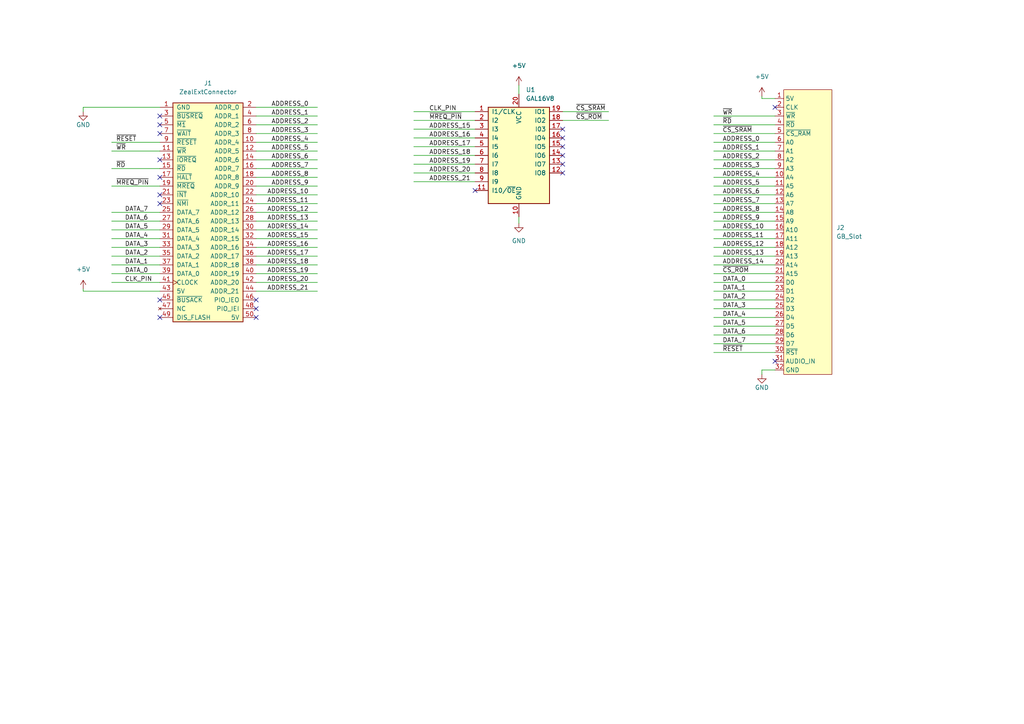
<source format=kicad_sch>
(kicad_sch (version 20211123) (generator eeschema)
  (paper "A4")
  (lib_symbols
    (symbol "Logic_Programmable:GAL16V8" (pin_names (offset 1.016))
      (property "Reference" "U" (at -8.89 16.51 0))
      (property "Value" "GAL16V8" (at 1.27 16.51 0))
      (symbol "GAL16V8_0_0"
        (pin power_in line (at 0 -17.78 90) (length 3.81) (name "GND") (number "10"))
        (pin power_in line (at 0 17.78 270) (length 3.81) (name "VCC") (number "20"))
      )
      (symbol "GAL16V8_0_1"
        (rectangle (start -8.89 13.97) (end 8.89 -13.97) (stroke (width 0.254)) (fill (type background)))
      )
      (symbol "GAL16V8_1_1"
        (pin input line (at -12.7 12.7 0) (length 3.81) (name "I1/CLK") (number "1"))
        (pin input line (at -12.7 -10.16 0) (length 3.81) (name "I10/~{OE}") (number "11"))
        (pin tri_state line (at 12.7 -5.08 180) (length 3.81) (name "IO8") (number "12"))
        (pin tri_state line (at 12.7 -2.54 180) (length 3.81) (name "IO7") (number "13"))
        (pin tri_state line (at 12.7 0 180) (length 3.81) (name "IO6") (number "14"))
        (pin tri_state line (at 12.7 2.54 180) (length 3.81) (name "IO5") (number "15"))
        (pin tri_state line (at 12.7 5.08 180) (length 3.81) (name "IO4") (number "16"))
        (pin tri_state line (at 12.7 7.62 180) (length 3.81) (name "I03") (number "17"))
        (pin tri_state line (at 12.7 10.16 180) (length 3.81) (name "IO2") (number "18"))
        (pin tri_state line (at 12.7 12.7 180) (length 3.81) (name "IO1") (number "19"))
        (pin input line (at -12.7 10.16 0) (length 3.81) (name "I2") (number "2"))
        (pin input line (at -12.7 7.62 0) (length 3.81) (name "I3") (number "3"))
        (pin input line (at -12.7 5.08 0) (length 3.81) (name "I4") (number "4"))
        (pin input line (at -12.7 2.54 0) (length 3.81) (name "I5") (number "5"))
        (pin input line (at -12.7 0 0) (length 3.81) (name "I6") (number "6"))
        (pin input line (at -12.7 -2.54 0) (length 3.81) (name "I7") (number "7"))
        (pin input line (at -12.7 -5.08 0) (length 3.81) (name "I8") (number "8"))
        (pin input line (at -12.7 -7.62 0) (length 3.81) (name "I9") (number "9"))
      )
    )
    (symbol "gb_cart_lib:GB_Slot"
      (property "Reference" "J" (at -2.54 40.64 0))
      (property "Value" "GB_Slot" (at -2.54 43.18 0))
      (symbol "GB_Slot_0_1"
        (rectangle (start -6.35 39.37) (end 7.62 -43.18) (fill (type background)))
      )
      (symbol "GB_Slot_1_1"
        (pin power_in line (at -8.89 36.83 0) (length 2.54) (name "5V") (number "1"))
        (pin input line (at -8.89 13.97 0) (length 2.54) (name "A4") (number "10"))
        (pin input line (at -8.89 11.43 0) (length 2.54) (name "A5") (number "11"))
        (pin input line (at -8.89 8.89 0) (length 2.54) (name "A6") (number "12"))
        (pin input line (at -8.89 6.35 0) (length 2.54) (name "A7") (number "13"))
        (pin input line (at -8.89 3.81 0) (length 2.54) (name "A8") (number "14"))
        (pin input line (at -8.89 1.27 0) (length 2.54) (name "A9") (number "15"))
        (pin input line (at -8.89 -1.27 0) (length 2.54) (name "A10") (number "16"))
        (pin input line (at -8.89 -3.81 0) (length 2.54) (name "A11") (number "17"))
        (pin input line (at -8.89 -6.35 0) (length 2.54) (name "A12") (number "18"))
        (pin input line (at -8.89 -8.89 0) (length 2.54) (name "A13") (number "19"))
        (pin input line (at -8.89 34.29 0) (length 2.54) (name "CLK") (number "2"))
        (pin input line (at -8.89 -11.43 0) (length 2.54) (name "A14") (number "20"))
        (pin input line (at -8.89 -13.97 0) (length 2.54) (name "A15") (number "21"))
        (pin bidirectional line (at -8.89 -16.51 0) (length 2.54) (name "D0") (number "22"))
        (pin bidirectional line (at -8.89 -19.05 0) (length 2.54) (name "D1") (number "23"))
        (pin bidirectional line (at -8.89 -21.59 0) (length 2.54) (name "D2") (number "24"))
        (pin bidirectional line (at -8.89 -24.13 0) (length 2.54) (name "D3") (number "25"))
        (pin bidirectional line (at -8.89 -26.67 0) (length 2.54) (name "D4") (number "26"))
        (pin bidirectional line (at -8.89 -29.21 0) (length 2.54) (name "D5") (number "27"))
        (pin bidirectional line (at -8.89 -31.75 0) (length 2.54) (name "D6") (number "28"))
        (pin bidirectional line (at -8.89 -34.29 0) (length 2.54) (name "D7") (number "29"))
        (pin input line (at -8.89 31.75 0) (length 2.54) (name "~{WR}") (number "3"))
        (pin input line (at -8.89 -36.83 0) (length 2.54) (name "~{RST}") (number "30"))
        (pin bidirectional line (at -8.89 -39.37 0) (length 2.54) (name "AUDIO_IN") (number "31"))
        (pin power_in line (at -8.89 -41.91 0) (length 2.54) (name "GND") (number "32"))
        (pin input line (at -8.89 29.21 0) (length 2.54) (name "~{RD}") (number "4"))
        (pin input line (at -8.89 26.67 0) (length 2.54) (name "~{CS_RAM}") (number "5"))
        (pin input line (at -8.89 24.13 0) (length 2.54) (name "A0") (number "6"))
        (pin input line (at -8.89 21.59 0) (length 2.54) (name "A1") (number "7"))
        (pin input line (at -8.89 19.05 0) (length 2.54) (name "A2") (number "8"))
        (pin input line (at -8.89 16.51 0) (length 2.54) (name "A3") (number "9"))
      )
    )
    (symbol "gb_cart_lib:ZealExtConnector" (pin_names (offset 1.016))
      (property "Reference" "J" (at 0 33.02 0))
      (property "Value" "ZealExtConnector" (at 0 35.56 0))
      (symbol "ZealExtConnector_1_1"
        (rectangle (start -10.16 31.75) (end 10.16 -31.75) (stroke (width 0.254)) (fill (type background)))
        (pin power_out line (at -13.97 30.48 0) (length 3.81) (name "GND") (number "1"))
        (pin bidirectional line (at 13.97 20.32 180) (length 3.81) (name "ADDR_4") (number "10"))
        (pin output line (at -13.97 17.78 0) (length 3.81) (name "~{WR}") (number "11"))
        (pin bidirectional line (at 13.97 17.78 180) (length 3.81) (name "ADDR_5") (number "12"))
        (pin output line (at -13.97 15.24 0) (length 3.81) (name "~{IOREQ}") (number "13"))
        (pin bidirectional line (at 13.97 15.24 180) (length 3.81) (name "ADDR_6") (number "14"))
        (pin output line (at -13.97 12.7 0) (length 3.81) (name "~{RD}") (number "15"))
        (pin bidirectional line (at 13.97 12.7 180) (length 3.81) (name "ADDR_7") (number "16"))
        (pin output line (at -13.97 10.16 0) (length 3.81) (name "~{HALT}") (number "17"))
        (pin bidirectional line (at 13.97 10.16 180) (length 3.81) (name "ADDR_8") (number "18"))
        (pin output line (at -13.97 7.62 0) (length 3.81) (name "~{MREQ}") (number "19"))
        (pin bidirectional line (at 13.97 30.48 180) (length 3.81) (name "ADDR_0") (number "2"))
        (pin bidirectional line (at 13.97 7.62 180) (length 3.81) (name "ADDR_9") (number "20"))
        (pin open_collector line (at -13.97 5.08 0) (length 3.81) (name "~{INT}") (number "21"))
        (pin bidirectional line (at 13.97 5.08 180) (length 3.81) (name "ADDR_10") (number "22"))
        (pin open_collector line (at -13.97 2.54 0) (length 3.81) (name "~{NMI}") (number "23"))
        (pin bidirectional line (at 13.97 2.54 180) (length 3.81) (name "ADDR_11") (number "24"))
        (pin bidirectional line (at -13.97 0 0) (length 3.81) (name "DATA_7") (number "25"))
        (pin bidirectional line (at 13.97 0 180) (length 3.81) (name "ADDR_12") (number "26"))
        (pin bidirectional line (at -13.97 -2.54 0) (length 3.81) (name "DATA_6") (number "27"))
        (pin bidirectional line (at 13.97 -2.54 180) (length 3.81) (name "ADDR_13") (number "28"))
        (pin bidirectional line (at -13.97 -5.08 0) (length 3.81) (name "DATA_5") (number "29"))
        (pin passive line (at -13.97 27.94 0) (length 3.81) (name "~{BUSREQ}") (number "3"))
        (pin bidirectional line (at 13.97 -5.08 180) (length 3.81) (name "ADDR_14") (number "30"))
        (pin bidirectional line (at -13.97 -7.62 0) (length 3.81) (name "DATA_4") (number "31"))
        (pin bidirectional line (at 13.97 -7.62 180) (length 3.81) (name "ADDR_15") (number "32"))
        (pin bidirectional line (at -13.97 -10.16 0) (length 3.81) (name "DATA_3") (number "33"))
        (pin bidirectional line (at 13.97 -10.16 180) (length 3.81) (name "ADDR_16") (number "34"))
        (pin bidirectional line (at -13.97 -12.7 0) (length 3.81) (name "DATA_2") (number "35"))
        (pin bidirectional line (at 13.97 -12.7 180) (length 3.81) (name "ADDR_17") (number "36"))
        (pin bidirectional line (at -13.97 -15.24 0) (length 3.81) (name "DATA_1") (number "37"))
        (pin bidirectional line (at 13.97 -15.24 180) (length 3.81) (name "ADDR_18") (number "38"))
        (pin bidirectional line (at -13.97 -17.78 0) (length 3.81) (name "DATA_0") (number "39"))
        (pin bidirectional line (at 13.97 27.94 180) (length 3.81) (name "ADDR_1") (number "4"))
        (pin bidirectional line (at 13.97 -17.78 180) (length 3.81) (name "ADDR_19") (number "40"))
        (pin output clock (at -13.97 -20.32 0) (length 3.81) (name "CLOCK") (number "41"))
        (pin bidirectional line (at 13.97 -20.32 180) (length 3.81) (name "ADDR_20") (number "42"))
        (pin power_out line (at -13.97 -22.86 0) (length 3.81) (name "5V") (number "43"))
        (pin bidirectional line (at 13.97 -22.86 180) (length 3.81) (name "ADDR_21") (number "44"))
        (pin passive line (at -13.97 -25.4 0) (length 3.81) (name "~{BUSACK}") (number "45"))
        (pin output line (at 13.97 -25.4 180) (length 3.81) (name "PIO_IEO") (number "46"))
        (pin no_connect line (at -13.97 -27.94 0) (length 3.81) (name "NC") (number "47"))
        (pin input line (at 13.97 -27.94 180) (length 3.81) (name "PIO_IEI") (number "48"))
        (pin input line (at -13.97 -30.48 0) (length 3.81) (name "DIS_FLASH") (number "49"))
        (pin output line (at -13.97 25.4 0) (length 3.81) (name "~{M1}") (number "5"))
        (pin power_out line (at 13.97 -30.48 180) (length 3.81) (name "5V") (number "50"))
        (pin bidirectional line (at 13.97 25.4 180) (length 3.81) (name "ADDR_2") (number "6"))
        (pin input line (at -13.97 22.86 0) (length 3.81) (name "~{WAIT}") (number "7"))
        (pin bidirectional line (at 13.97 22.86 180) (length 3.81) (name "ADDR_3") (number "8"))
        (pin bidirectional line (at -13.97 20.32 0) (length 3.81) (name "~{RESET}") (number "9"))
      )
    )
    (symbol "power:+5V" (power) (pin_names (offset 0))
      (property "Value" "+5V" (at 0 3.556 0))
      (symbol "+5V_0_1"
        (polyline (pts (xy -0.762 1.27) (xy 0 2.54)))
        (polyline (pts (xy 0 0) (xy 0 2.54)))
        (polyline (pts (xy 0 2.54) (xy 0.762 1.27)))
      )
      (symbol "+5V_1_1"
        (pin power_in line (at 0 0 90) (length 0) hide (name "+5V") (number "1"))
      )
    )
    (symbol "power:GND" (power) (pin_names (offset 0))
      (property "Value" "GND" (at 0 -3.81 0))
      (symbol "GND_0_1"
        (polyline (pts (xy 0 0) (xy 0 -1.27) (xy 1.27 -1.27) (xy 0 -2.54) (xy -1.27 -1.27) (xy 0 -1.27)))
      )
      (symbol "GND_1_1"
        (pin power_in line (at 0 0 270) (length 0) hide (name "GND") (number "1"))
      )
    )
  )
  (no_connect (at 163.195 50.165))
  (no_connect (at 224.79 31.115))
  (no_connect (at 163.195 40.005))
  (no_connect (at 46.355 36.195))
  (no_connect (at 46.355 86.995))
  (no_connect (at 74.295 92.075))
  (no_connect (at 163.195 42.545))
  (no_connect (at 137.795 55.245))
  (no_connect (at 224.79 104.775))
  (no_connect (at 46.355 92.075))
  (no_connect (at 74.295 89.535))
  (no_connect (at 46.355 56.515))
  (no_connect (at 163.195 37.465))
  (no_connect (at 163.195 47.625))
  (no_connect (at 46.355 38.735))
  (no_connect (at 46.355 33.655))
  (no_connect (at 46.355 59.055))
  (no_connect (at 46.355 51.435))
  (no_connect (at 163.195 45.085))
  (no_connect (at 46.355 46.355))
  (no_connect (at 74.295 86.995))
  (wire (pts (xy 92.075 79.375) (xy 74.295 79.375)))
  (wire (pts (xy 224.79 56.515) (xy 207.01 56.515)))
  (wire (pts (xy 46.355 69.215) (xy 32.385 69.215)))
  (wire (pts (xy 207.01 89.535) (xy 224.79 89.535)))
  (wire (pts (xy 24.13 84.455) (xy 46.355 84.455)))
  (wire (pts (xy 220.98 107.315) (xy 220.98 108.585)))
  (wire (pts (xy 224.79 71.755) (xy 207.01 71.755)))
  (wire (pts (xy 224.79 43.815) (xy 207.01 43.815)))
  (wire (pts (xy 220.98 28.575) (xy 224.79 28.575)))
  (wire (pts (xy 224.79 48.895) (xy 207.01 48.895)))
  (wire (pts (xy 74.295 64.135) (xy 92.075 64.135)))
  (wire (pts (xy 207.01 97.155) (xy 224.79 97.155)))
  (wire (pts (xy 137.795 47.625) (xy 120.015 47.625)))
  (wire (pts (xy 24.13 31.115) (xy 24.13 32.385)))
  (wire (pts (xy 74.295 31.115) (xy 92.075 31.115)))
  (wire (pts (xy 74.295 41.275) (xy 92.075 41.275)))
  (wire (pts (xy 46.355 79.375) (xy 32.385 79.375)))
  (wire (pts (xy 137.795 37.465) (xy 120.015 37.465)))
  (wire (pts (xy 137.795 50.165) (xy 120.015 50.165)))
  (wire (pts (xy 74.295 46.355) (xy 92.075 46.355)))
  (wire (pts (xy 207.01 94.615) (xy 224.79 94.615)))
  (wire (pts (xy 207.01 86.995) (xy 224.79 86.995)))
  (wire (pts (xy 120.015 34.925) (xy 137.795 34.925)))
  (wire (pts (xy 46.355 71.755) (xy 32.385 71.755)))
  (wire (pts (xy 74.295 53.975) (xy 92.075 53.975)))
  (wire (pts (xy 224.79 51.435) (xy 207.01 51.435)))
  (wire (pts (xy 92.075 66.675) (xy 74.295 66.675)))
  (wire (pts (xy 207.01 99.695) (xy 224.79 99.695)))
  (wire (pts (xy 74.295 51.435) (xy 92.075 51.435)))
  (wire (pts (xy 207.01 76.835) (xy 224.79 76.835)))
  (wire (pts (xy 92.075 69.215) (xy 74.295 69.215)))
  (wire (pts (xy 24.13 31.115) (xy 46.355 31.115)))
  (wire (pts (xy 24.13 84.455) (xy 24.13 83.82)))
  (wire (pts (xy 92.075 81.915) (xy 74.295 81.915)))
  (wire (pts (xy 74.295 43.815) (xy 92.075 43.815)))
  (wire (pts (xy 46.355 76.835) (xy 32.385 76.835)))
  (wire (pts (xy 137.795 42.545) (xy 120.015 42.545)))
  (wire (pts (xy 224.79 59.055) (xy 207.01 59.055)))
  (wire (pts (xy 150.495 62.865) (xy 150.495 64.77)))
  (wire (pts (xy 74.295 48.895) (xy 92.075 48.895)))
  (wire (pts (xy 46.355 74.295) (xy 32.385 74.295)))
  (wire (pts (xy 92.075 76.835) (xy 74.295 76.835)))
  (wire (pts (xy 32.385 48.895) (xy 46.355 48.895)))
  (wire (pts (xy 137.795 45.085) (xy 120.015 45.085)))
  (wire (pts (xy 74.295 36.195) (xy 92.075 36.195)))
  (wire (pts (xy 120.015 32.385) (xy 137.795 32.385)))
  (wire (pts (xy 74.295 59.055) (xy 92.075 59.055)))
  (wire (pts (xy 137.795 52.705) (xy 120.015 52.705)))
  (wire (pts (xy 224.79 61.595) (xy 207.01 61.595)))
  (wire (pts (xy 207.01 102.235) (xy 224.79 102.235)))
  (wire (pts (xy 224.79 66.675) (xy 207.01 66.675)))
  (wire (pts (xy 74.295 33.655) (xy 92.075 33.655)))
  (wire (pts (xy 32.385 53.975) (xy 46.355 53.975)))
  (wire (pts (xy 207.01 36.195) (xy 224.79 36.195)))
  (wire (pts (xy 224.79 64.135) (xy 207.01 64.135)))
  (wire (pts (xy 74.295 38.735) (xy 92.075 38.735)))
  (wire (pts (xy 224.79 46.355) (xy 207.01 46.355)))
  (wire (pts (xy 220.98 27.94) (xy 220.98 28.575)))
  (wire (pts (xy 224.79 41.275) (xy 207.01 41.275)))
  (wire (pts (xy 207.01 92.075) (xy 224.79 92.075)))
  (wire (pts (xy 163.195 34.925) (xy 176.53 34.925)))
  (wire (pts (xy 207.01 84.455) (xy 224.79 84.455)))
  (wire (pts (xy 207.01 81.915) (xy 224.79 81.915)))
  (wire (pts (xy 207.01 38.735) (xy 224.79 38.735)))
  (wire (pts (xy 92.075 71.755) (xy 74.295 71.755)))
  (wire (pts (xy 46.355 66.675) (xy 32.385 66.675)))
  (wire (pts (xy 74.295 61.595) (xy 92.075 61.595)))
  (wire (pts (xy 207.01 33.655) (xy 224.79 33.655)))
  (wire (pts (xy 224.79 53.975) (xy 207.01 53.975)))
  (wire (pts (xy 224.79 74.295) (xy 207.01 74.295)))
  (wire (pts (xy 32.385 81.915) (xy 46.355 81.915)))
  (wire (pts (xy 220.98 107.315) (xy 224.79 107.315)))
  (wire (pts (xy 92.075 84.455) (xy 74.295 84.455)))
  (wire (pts (xy 137.795 40.005) (xy 120.015 40.005)))
  (wire (pts (xy 74.295 56.515) (xy 92.075 56.515)))
  (wire (pts (xy 224.79 69.215) (xy 207.01 69.215)))
  (wire (pts (xy 163.195 32.385) (xy 176.53 32.385)))
  (wire (pts (xy 150.495 24.765) (xy 150.495 27.305)))
  (wire (pts (xy 92.075 74.295) (xy 74.295 74.295)))
  (wire (pts (xy 46.355 64.135) (xy 32.385 64.135)))
  (wire (pts (xy 207.01 79.375) (xy 224.79 79.375)))
  (wire (pts (xy 32.385 41.275) (xy 46.355 41.275)))
  (wire (pts (xy 32.385 43.815) (xy 46.355 43.815)))
  (wire (pts (xy 46.355 61.595) (xy 32.385 61.595)))
  (label "~{CS_SRAM}" (at 209.55 38.735 0))
  (label "ADDRESS_10" (at 209.55 66.675 0))
  (label "DATA_7" (at 36.195 61.595 0))
  (label "ADDRESS_19" (at 124.46 47.625 0))
  (label "DATA_1" (at 36.195 76.835 0))
  (label "DATA_2" (at 209.55 86.995 0))
  (label "ADDRESS_7" (at 89.535 48.895 180))
  (label "ADDRESS_21" (at 124.46 52.705 0))
  (label "ADDRESS_16" (at 124.46 40.005 0))
  (label "~{CS_ROM}" (at 209.55 79.375 0))
  (label "~{WR}" (at 33.655 43.815 0))
  (label "ADDRESS_9" (at 89.535 53.975 180))
  (label "ADDRESS_8" (at 89.535 51.435 180))
  (label "ADDRESS_18" (at 124.46 45.085 0))
  (label "DATA_7" (at 209.55 99.695 0))
  (label "ADDRESS_0" (at 209.55 41.275 0))
  (label "ADDRESS_5" (at 89.535 43.815 180))
  (label "DATA_6" (at 36.195 64.135 0))
  (label "CLK_PIN" (at 124.46 32.385 0))
  (label "ADDRESS_3" (at 209.55 48.895 0))
  (label "DATA_4" (at 36.195 69.215 0))
  (label "DATA_6" (at 209.55 97.155 0))
  (label "CLK_PIN" (at 36.195 81.915 0))
  (label "~{MREQ_PIN}" (at 124.46 34.925 0))
  (label "ADDRESS_10" (at 89.535 56.515 180))
  (label "ADDRESS_11" (at 209.55 69.215 0))
  (label "ADDRESS_2" (at 89.535 36.195 180))
  (label "ADDRESS_1" (at 209.55 43.815 0))
  (label "ADDRESS_15" (at 124.46 37.465 0))
  (label "ADDRESS_6" (at 209.55 56.515 0))
  (label "ADDRESS_14" (at 209.55 76.835 0))
  (label "ADDRESS_1" (at 89.535 33.655 180))
  (label "ADDRESS_13" (at 209.55 74.295 0))
  (label "ADDRESS_19" (at 89.535 79.375 180))
  (label "ADDRESS_17" (at 89.535 74.295 180))
  (label "ADDRESS_5" (at 209.55 53.975 0))
  (label "DATA_5" (at 209.55 94.615 0))
  (label "~{WR}" (at 209.55 33.655 0))
  (label "~{RESET}" (at 33.655 41.275 0))
  (label "ADDRESS_17" (at 124.46 42.545 0))
  (label "DATA_2" (at 36.195 74.295 0))
  (label "ADDRESS_20" (at 89.535 81.915 180))
  (label "~{MREQ_PIN}" (at 33.655 53.975 0))
  (label "DATA_5" (at 36.195 66.675 0))
  (label "ADDRESS_6" (at 89.535 46.355 180))
  (label "ADDRESS_2" (at 209.55 46.355 0))
  (label "DATA_1" (at 209.55 84.455 0))
  (label "ADDRESS_20" (at 124.46 50.165 0))
  (label "~{RESET}" (at 209.55 102.235 0))
  (label "ADDRESS_4" (at 89.535 41.275 180))
  (label "ADDRESS_15" (at 89.535 69.215 180))
  (label "DATA_4" (at 209.55 92.075 0))
  (label "ADDRESS_13" (at 89.535 64.135 180))
  (label "~{CS_SRAM}" (at 167.005 32.385 0))
  (label "DATA_3" (at 209.55 89.535 0))
  (label "ADDRESS_3" (at 89.535 38.735 180))
  (label "ADDRESS_9" (at 209.55 64.135 0))
  (label "DATA_3" (at 36.195 71.755 0))
  (label "DATA_0" (at 36.195 79.375 0))
  (label "ADDRESS_7" (at 209.55 59.055 0))
  (label "ADDRESS_21" (at 89.535 84.455 180))
  (label "~{RD}" (at 33.655 48.895 0))
  (label "~{CS_ROM}" (at 167.005 34.925 0))
  (label "DATA_0" (at 209.55 81.915 0))
  (label "ADDRESS_4" (at 209.55 51.435 0))
  (label "ADDRESS_8" (at 209.55 61.595 0))
  (label "ADDRESS_11" (at 89.535 59.055 180))
  (label "~{RD}" (at 209.55 36.195 0))
  (label "ADDRESS_12" (at 209.55 71.755 0))
  (label "ADDRESS_18" (at 89.535 76.835 180))
  (label "ADDRESS_12" (at 89.535 61.595 180))
  (label "ADDRESS_14" (at 89.535 66.675 180))
  (label "ADDRESS_16" (at 89.535 71.755 180))
  (label "ADDRESS_0" (at 89.535 31.115 180))
  (symbol (lib_id "Logic_Programmable:GAL16V8") (at 150.495 45.085 0) (unit 1)
    (property "Reference" "U1" (at 152.5144 26.035 0) (effects (justify left)))
    (property "Value" "GAL16V8" (at 152.5144 28.575 0) (effects (justify left)))
    (property "Footprint" "Package_DIP:DIP-20_W7.62mm_Socket" (effects hide))
  )
  (symbol (lib_id "power:GND") (at 24.13 32.385 0) (unit 1)
    (property "Reference" "#PWR0102" (effects hide))
    (property "Value" "GND" (at 24.13 36.195 0))
  )
  (symbol (lib_id "power:GND") (at 220.98 108.585 0) (unit 1)
    (property "Reference" "#PWR06" (effects hide))
    (property "Value" "GND" (at 220.98 112.395 0))
  )
  (symbol (lib_id "power:GND") (at 150.495 64.77 0) (unit 1)
    (property "Reference" "#PWR04" (effects hide))
    (property "Value" "GND" (at 150.495 69.85 0))
  )
  (symbol (lib_id "gb_cart_lib:ZealExtConnector") (at 60.325 61.595 0) (unit 1)
    (property "Reference" "J1" (at 60.325 24.13 0))
    (property "Value" "ZealExtConnector" (at 60.325 26.67 0))
    (property "Footprint" "Connector_PinHeader_2.54mm:PinHeader_2x25_P2.54mm_Vertical" (effects hide))
  )
  (symbol (lib_id "power:+5V") (at 220.98 27.94 0) (unit 1)
    (property "Reference" "#PWR05" (effects hide))
    (property "Value" "+5V" (at 220.98 22.225 0))
  )
  (symbol (lib_id "gb_cart_lib:GB_Slot") (at 233.68 65.405 0) (unit 1)
    (property "Reference" "J2" (at 242.57 66.0399 0) (effects (justify left)))
    (property "Value" "GB_Slot" (at 242.57 68.5799 0) (effects (justify left)))
    (property "Footprint" "gbc_cart_footprints:GB Slot" (effects hide))
  )
  (symbol (lib_id "power:+5V") (at 150.495 24.765 0) (unit 1)
    (property "Reference" "#PWR0101" (effects hide))
    (property "Value" "+5V" (at 150.495 19.05 0))
  )
  (symbol (lib_id "power:+5V") (at 24.13 83.82 0) (unit 1)
    (property "Reference" "#PWR0103" (effects hide))
    (property "Value" "+5V" (at 24.13 78.105 0))
  )
)
</source>
